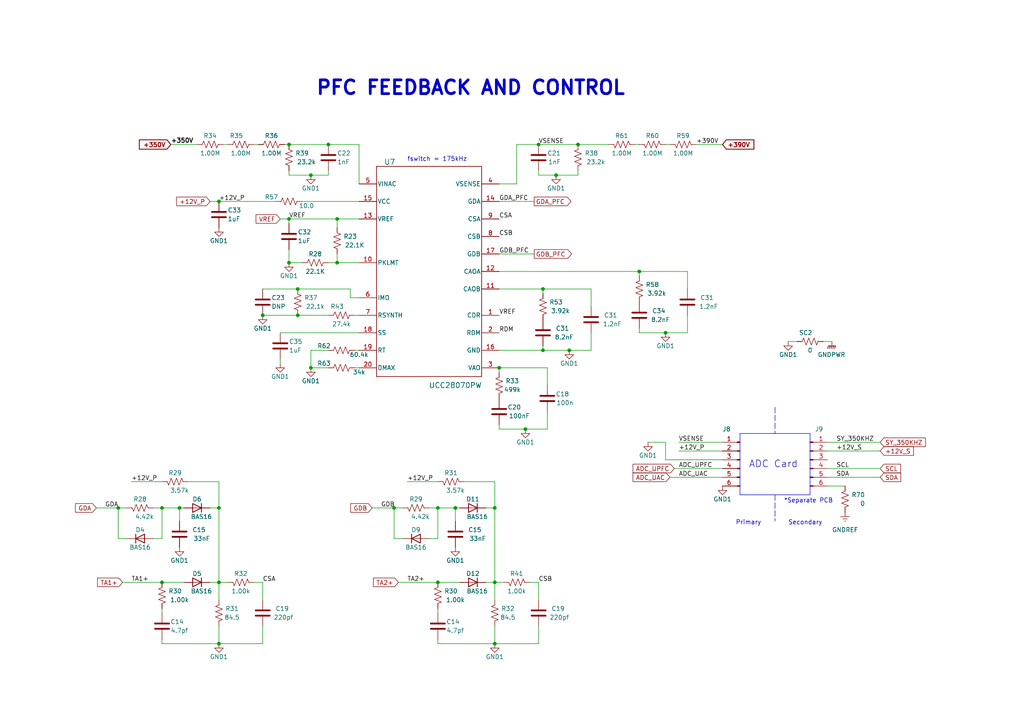
<source format=kicad_sch>
(kicad_sch (version 20230121) (generator eeschema)
  (paper "A4")
  (title_block (title "Full Bridge SMPS") (date "2023-12-03"))
  (lib_symbols
    (symbol "Connector:Conn_01x06_Male" (pin_names (offset 1.016) hide)
      (property "Reference" "J" (at 0 7.62 0))
      (property "Value" "Conn_01x06_Male" (at 0 -10.16 0))
      (symbol "Conn_01x06_Male_1_1"
        (polyline (pts (xy 1.27 -7.62) (xy 0.8636 -7.62)) (stroke (width 0.1524)))
        (polyline (pts (xy 1.27 -5.08) (xy 0.8636 -5.08)) (stroke (width 0.1524)))
        (polyline (pts (xy 1.27 -2.54) (xy 0.8636 -2.54)) (stroke (width 0.1524)))
        (polyline (pts (xy 1.27 0) (xy 0.8636 0)) (stroke (width 0.1524)))
        (polyline (pts (xy 1.27 2.54) (xy 0.8636 2.54)) (stroke (width 0.1524)))
        (polyline (pts (xy 1.27 5.08) (xy 0.8636 5.08)) (stroke (width 0.1524)))
        (rectangle (start 0.8636 -7.493) (end 0 -7.747) (stroke (width 0.1524)) (fill (type outline)))
        (rectangle (start 0.8636 -4.953) (end 0 -5.207) (stroke (width 0.1524)) (fill (type outline)))
        (rectangle (start 0.8636 -2.413) (end 0 -2.667) (stroke (width 0.1524)) (fill (type outline)))
        (rectangle (start 0.8636 0.127) (end 0 -0.127) (stroke (width 0.1524)) (fill (type outline)))
        (rectangle (start 0.8636 2.667) (end 0 2.413) (stroke (width 0.1524)) (fill (type outline)))
        (rectangle (start 0.8636 5.207) (end 0 4.953) (stroke (width 0.1524)) (fill (type outline)))
        (pin passive line (at 5.08 5.08 180) (length 3.81) (name "Pin_1") (number "1"))
        (pin passive line (at 5.08 2.54 180) (length 3.81) (name "Pin_2") (number "2"))
        (pin passive line (at 5.08 0 180) (length 3.81) (name "Pin_3") (number "3"))
        (pin passive line (at 5.08 -2.54 180) (length 3.81) (name "Pin_4") (number "4"))
        (pin passive line (at 5.08 -5.08 180) (length 3.81) (name "Pin_5") (number "5"))
        (pin passive line (at 5.08 -7.62 180) (length 3.81) (name "Pin_6") (number "6"))
      )
    )
    (symbol "Device:C" (pin_numbers hide) (pin_names (offset 0.254))
      (property "Reference" "C" (at 0.635 2.54 0))
      (property "Value" "C" (at 0.635 -2.54 0))
      (symbol "C_0_1"
        (polyline (pts (xy -2.032 -0.762) (xy 2.032 -0.762)) (stroke (width 0.508)))
        (polyline (pts (xy -2.032 0.762) (xy 2.032 0.762)) (stroke (width 0.508)))
      )
      (symbol "C_1_1"
        (pin passive line (at 0 3.81 270) (length 2.794) (name "~") (number "1"))
        (pin passive line (at 0 -3.81 90) (length 2.794) (name "~") (number "2"))
      )
    )
    (symbol "Device:D" (pin_numbers hide) (pin_names (offset 1.016) hide)
      (property "Reference" "D" (at 0 2.54 0))
      (property "Value" "D" (at 0 -2.54 0))
      (symbol "D_0_1"
        (polyline (pts (xy -1.27 1.27) (xy -1.27 -1.27)) (stroke (width 0.254)))
        (polyline (pts (xy 1.27 0) (xy -1.27 0)))
        (polyline (pts (xy 1.27 1.27) (xy 1.27 -1.27) (xy -1.27 0) (xy 1.27 1.27)) (stroke (width 0.254)))
      )
      (symbol "D_1_1"
        (pin passive line (at -3.81 0 0) (length 2.54) (name "K") (number "1"))
        (pin passive line (at 3.81 0 180) (length 2.54) (name "A") (number "2"))
      )
    )
    (symbol "Device:R_US" (pin_numbers hide) (pin_names (offset 0))
      (property "Reference" "R" (at 2.54 0 90))
      (property "Value" "R_US" (at -2.54 0 90))
      (symbol "R_US_0_1"
        (polyline (pts (xy 0 -2.286) (xy 0 -2.54)))
        (polyline (pts (xy 0 2.286) (xy 0 2.54)))
        (polyline (pts (xy 0 -0.762) (xy 1.016 -1.143) (xy 0 -1.524) (xy -1.016 -1.905) (xy 0 -2.286)))
        (polyline (pts (xy 0 0.762) (xy 1.016 0.381) (xy 0 0) (xy -1.016 -0.381) (xy 0 -0.762)))
        (polyline (pts (xy 0 2.286) (xy 1.016 1.905) (xy 0 1.524) (xy -1.016 1.143) (xy 0 0.762)))
      )
      (symbol "R_US_1_1"
        (pin passive line (at 0 3.81 270) (length 1.27) (name "~") (number "1"))
        (pin passive line (at 0 -3.81 90) (length 1.27) (name "~") (number "2"))
      )
    )
    (symbol "fb_smps_symbols:UCC28070PW" (pin_names (offset 0.254))
      (property "Reference" "U" (at -11.43 31.75 0))
      (property "Value" "UCC28070PW" (at 6.35 -33.02 0))
      (symbol "UCC28070PW_0_1"
        (polyline (pts (xy -15.24 -30.48) (xy 15.24 -30.48)) (stroke (width 0.2032)))
        (polyline (pts (xy -15.24 30.48) (xy -15.24 -30.48)) (stroke (width 0.2032)))
        (polyline (pts (xy 15.24 -30.48) (xy 15.24 30.48)) (stroke (width 0.2032)))
        (polyline (pts (xy 15.24 30.48) (xy -15.24 30.48)) (stroke (width 0.2032)))
        (pin input line (at 20.32 -12.7 180) (length 5.08) (name "CDR") (number "1"))
        (pin input line (at -20.32 2.54 0) (length 5.08) (name "PKLMT") (number "10"))
        (pin output line (at 20.32 -5.08 180) (length 5.08) (name "CAOB") (number "11"))
        (pin output line (at 20.32 0 180) (length 5.08) (name "CAOA") (number "12"))
        (pin output line (at -20.32 15.24 0) (length 5.08) (name "VREF") (number "13"))
        (pin output line (at 20.32 20.32 180) (length 5.08) (name "GDA") (number "14"))
        (pin power_in line (at -20.32 20.32 0) (length 5.08) (name "VCC") (number "15"))
        (pin power_in line (at 20.32 -22.86 180) (length 5.08) (name "GND") (number "16"))
        (pin output line (at 20.32 5.08 180) (length 5.08) (name "GDB") (number "17"))
        (pin input line (at -20.32 -17.78 0) (length 5.08) (name "SS") (number "18"))
        (pin input line (at -20.32 -22.86 0) (length 5.08) (name "RT") (number "19"))
        (pin input line (at 20.32 -17.78 180) (length 5.08) (name "RDM") (number "2"))
        (pin input line (at -20.32 -27.94 0) (length 5.08) (name "DMAX") (number "20"))
        (pin output line (at 20.32 -27.94 180) (length 5.08) (name "VAO") (number "3"))
        (pin input line (at 20.32 25.4 180) (length 5.08) (name "VSENSE") (number "4"))
        (pin input line (at -20.32 25.4 0) (length 5.08) (name "VINAC") (number "5"))
        (pin output line (at -20.32 -7.62 0) (length 5.08) (name "IMO") (number "6"))
        (pin input line (at -20.32 -12.7 0) (length 5.08) (name "RSYNTH") (number "7"))
        (pin input line (at 20.32 10.16 180) (length 5.08) (name "CSB") (number "8"))
        (pin input line (at 20.32 15.24 180) (length 5.08) (name "CSA") (number "9"))
      )
    )
    (symbol "power:GND1" (power) (pin_names (offset 0))
      (property "Value" "GND1" (at 0 -3.81 0))
      (symbol "GND1_0_1"
        (polyline (pts (xy 0 0) (xy 0 -1.27) (xy 1.27 -1.27) (xy 0 -2.54) (xy -1.27 -1.27) (xy 0 -1.27)))
      )
      (symbol "GND1_1_1"
        (pin power_in line (at 0 0 270) (length 0) hide (name "GND1") (number "1"))
      )
    )
    (symbol "power:GNDPWR" (power) (pin_names (offset 0))
      (property "Value" "GNDPWR" (at 0 -3.302 0))
      (symbol "GNDPWR_0_1"
        (polyline (pts (xy 0 -1.27) (xy 0 0)))
        (polyline (pts (xy -1.016 -1.27) (xy -1.27 -2.032) (xy -1.27 -2.032)) (stroke (width 0.2032)))
        (polyline (pts (xy -0.508 -1.27) (xy -0.762 -2.032) (xy -0.762 -2.032)) (stroke (width 0.2032)))
        (polyline (pts (xy 0 -1.27) (xy -0.254 -2.032) (xy -0.254 -2.032)) (stroke (width 0.2032)))
        (polyline (pts (xy 0.508 -1.27) (xy 0.254 -2.032) (xy 0.254 -2.032)) (stroke (width 0.2032)))
        (polyline (pts (xy 1.016 -1.27) (xy -1.016 -1.27) (xy -1.016 -1.27)) (stroke (width 0.2032)))
        (polyline (pts (xy 1.016 -1.27) (xy 0.762 -2.032) (xy 0.762 -2.032) (xy 0.762 -2.032)) (stroke (width 0.2032)))
      )
      (symbol "GNDPWR_1_1"
        (pin power_in line (at 0 0 270) (length 0) hide (name "GNDPWR") (number "1"))
      )
    )
    (symbol "power:GNDREF" (power) (pin_names (offset 0))
      (property "Value" "GNDREF" (at 0 -3.81 0))
      (symbol "GNDREF_0_1"
        (polyline (pts (xy -0.635 -1.905) (xy 0.635 -1.905)))
        (polyline (pts (xy -0.127 -2.54) (xy 0.127 -2.54)))
        (polyline (pts (xy 0 -1.27) (xy 0 0)))
        (polyline (pts (xy 1.27 -1.27) (xy -1.27 -1.27)))
      )
      (symbol "GNDREF_1_1"
        (pin power_in line (at 0 0 270) (length 0) hide (name "GNDREF") (number "1"))
      )
    )
  )
  (junction (at 46.99 147.32))
  (junction (at 132.08 147.32))
  (junction (at 157.48 83.82))
  (junction (at 86.36 91.44))
  (junction (at 165.1 101.6))
  (junction (at 167.64 41.91))
  (junction (at 76.2 91.44))
  (junction (at 83.82 41.91))
  (junction (at 63.5 168.91))
  (junction (at 144.78 106.68))
  (junction (at 90.17 106.68))
  (junction (at 63.5 186.69))
  (junction (at 95.25 41.91))
  (junction (at 52.07 147.32))
  (junction (at 83.82 63.5))
  (junction (at 97.79 76.2))
  (junction (at 143.51 186.69))
  (junction (at 34.29 147.32))
  (junction (at 86.36 83.82))
  (junction (at 156.21 41.91))
  (junction (at 185.42 78.74))
  (junction (at 63.5 58.42))
  (junction (at 193.04 96.52))
  (junction (at 63.5 147.32))
  (junction (at 152.4 124.46))
  (junction (at 114.3 147.32))
  (junction (at 157.48 101.6))
  (junction (at 127 147.32))
  (junction (at 90.17 50.8))
  (junction (at 46.99 168.91))
  (junction (at 97.79 63.5))
  (junction (at 161.29 50.8))
  (junction (at 143.51 147.32))
  (junction (at 83.82 76.2))
  (junction (at 143.51 168.91))
  (junction (at 127 168.91))
  (wire (pts (xy 90.17 106.68) (xy 95.25 106.68)))
  (wire (pts (xy 156.21 181.61) (xy 156.21 186.69)))
  (wire (pts (xy 144.78 73.66) (xy 154.94 73.66)))
  (wire (pts (xy 140.97 168.91) (xy 143.51 168.91)))
  (wire (pts (xy 240.03 128.27) (xy 255.27 128.27)))
  (wire (pts (xy 63.5 139.7) (xy 54.61 139.7)))
  (wire (pts (xy 240.03 138.43) (xy 255.27 138.43)))
  (wire (pts (xy 149.86 53.34) (xy 149.86 41.91)))
  (wire (pts (xy 196.85 130.81) (xy 209.55 130.81)))
  (wire (pts (xy 83.82 63.5) (xy 83.82 64.77)))
  (wire (pts (xy 157.48 83.82) (xy 171.45 83.82)))
  (wire (pts (xy 176.53 41.91) (xy 167.64 41.91)))
  (polyline (pts (xy 224.79 118.11) (xy 224.79 125.73)) (stroke (width 0) (type dash)))
  (wire (pts (xy 140.97 147.32) (xy 143.51 147.32)))
  (wire (pts (xy 171.45 96.52) (xy 171.45 101.6)))
  (wire (pts (xy 46.99 147.32) (xy 46.99 156.21)))
  (wire (pts (xy 144.78 106.68) (xy 158.75 106.68)))
  (wire (pts (xy 97.79 76.2) (xy 104.14 76.2)))
  (wire (pts (xy 63.5 139.7) (xy 63.5 147.32)))
  (wire (pts (xy 240.03 140.97) (xy 245.11 140.97)))
  (wire (pts (xy 95.25 41.91) (xy 104.14 41.91)))
  (wire (pts (xy 240.03 135.89) (xy 255.27 135.89)))
  (wire (pts (xy 81.28 105.41) (xy 81.28 104.14)))
  (wire (pts (xy 64.77 41.91) (xy 66.04 41.91)))
  (wire (pts (xy 127 176.53) (xy 127 177.8)))
  (wire (pts (xy 116.84 156.21) (xy 114.3 156.21)))
  (wire (pts (xy 158.75 106.68) (xy 158.75 111.76)))
  (wire (pts (xy 49.53 41.91) (xy 57.15 41.91)))
  (wire (pts (xy 90.17 106.68) (xy 90.17 101.6)))
  (wire (pts (xy 34.29 156.21) (xy 34.29 147.32)))
  (wire (pts (xy 76.2 186.69) (xy 63.5 186.69)))
  (wire (pts (xy 76.2 91.44) (xy 86.36 91.44)))
  (wire (pts (xy 149.86 41.91) (xy 156.21 41.91)))
  (wire (pts (xy 90.17 101.6) (xy 95.25 101.6)))
  (wire (pts (xy 46.99 168.91) (xy 53.34 168.91)))
  (wire (pts (xy 185.42 96.52) (xy 193.04 96.52)))
  (wire (pts (xy 46.99 147.32) (xy 52.07 147.32)))
  (wire (pts (xy 157.48 83.82) (xy 157.48 85.09)))
  (wire (pts (xy 27.94 147.32) (xy 34.29 147.32)))
  (wire (pts (xy 81.28 96.52) (xy 104.14 96.52)))
  (wire (pts (xy 124.46 156.21) (xy 127 156.21)))
  (wire (pts (xy 83.82 41.91) (xy 95.25 41.91)))
  (wire (pts (xy 83.82 49.53) (xy 83.82 50.8)))
  (wire (pts (xy 193.04 128.27) (xy 193.04 133.35)))
  (wire (pts (xy 153.67 168.91) (xy 156.21 168.91)))
  (wire (pts (xy 144.78 101.6) (xy 157.48 101.6)))
  (wire (pts (xy 46.99 186.69) (xy 63.5 186.69)))
  (wire (pts (xy 157.48 101.6) (xy 157.48 100.33)))
  (wire (pts (xy 90.17 50.8) (xy 95.25 50.8)))
  (wire (pts (xy 195.58 135.89) (xy 209.55 135.89)))
  (wire (pts (xy 44.45 147.32) (xy 46.99 147.32)))
  (wire (pts (xy 95.25 50.8) (xy 95.25 49.53)))
  (wire (pts (xy 143.51 139.7) (xy 143.51 147.32)))
  (wire (pts (xy 101.6 86.36) (xy 101.6 83.82)))
  (wire (pts (xy 52.07 147.32) (xy 52.07 151.13)))
  (wire (pts (xy 127 147.32) (xy 132.08 147.32)))
  (wire (pts (xy 115.57 168.91) (xy 127 168.91)))
  (wire (pts (xy 193.04 96.52) (xy 199.39 96.52)))
  (wire (pts (xy 144.78 124.46) (xy 144.78 123.19)))
  (wire (pts (xy 63.5 168.91) (xy 63.5 173.99)))
  (wire (pts (xy 144.78 106.68) (xy 144.78 107.95)))
  (wire (pts (xy 60.96 147.32) (xy 63.5 147.32)))
  (wire (pts (xy 104.14 41.91) (xy 104.14 53.34)))
  (polyline (pts (xy 224.79 143.51) (xy 224.79 151.13)) (stroke (width 0) (type dash)))
  (wire (pts (xy 104.14 63.5) (xy 97.79 63.5)))
  (wire (pts (xy 143.51 181.61) (xy 143.51 186.69)))
  (wire (pts (xy 124.46 147.32) (xy 127 147.32)))
  (wire (pts (xy 199.39 91.44) (xy 199.39 96.52)))
  (wire (pts (xy 185.42 95.25) (xy 185.42 96.52)))
  (wire (pts (xy 171.45 83.82) (xy 171.45 88.9)))
  (wire (pts (xy 83.82 76.2) (xy 87.63 76.2)))
  (wire (pts (xy 63.5 58.42) (xy 80.01 58.42)))
  (wire (pts (xy 38.1 139.7) (xy 46.99 139.7)))
  (wire (pts (xy 228.6 99.06) (xy 231.14 99.06)))
  (wire (pts (xy 194.31 138.43) (xy 209.55 138.43)))
  (wire (pts (xy 157.48 101.6) (xy 165.1 101.6)))
  (wire (pts (xy 194.31 41.91) (xy 193.04 41.91)))
  (wire (pts (xy 238.76 99.06) (xy 241.3 99.06)))
  (wire (pts (xy 144.78 58.42) (xy 154.94 58.42)))
  (wire (pts (xy 201.93 41.91) (xy 209.55 41.91)))
  (wire (pts (xy 52.07 147.32) (xy 53.34 147.32)))
  (wire (pts (xy 132.08 147.32) (xy 132.08 151.13)))
  (wire (pts (xy 127 186.69) (xy 143.51 186.69)))
  (wire (pts (xy 144.78 78.74) (xy 185.42 78.74)))
  (wire (pts (xy 102.87 106.68) (xy 104.14 106.68)))
  (wire (pts (xy 35.56 168.91) (xy 46.99 168.91)))
  (wire (pts (xy 107.95 147.32) (xy 114.3 147.32)))
  (wire (pts (xy 81.28 63.5) (xy 83.82 63.5)))
  (wire (pts (xy 76.2 83.82) (xy 86.36 83.82)))
  (wire (pts (xy 36.83 156.21) (xy 34.29 156.21)))
  (wire (pts (xy 63.5 181.61) (xy 63.5 186.69)))
  (wire (pts (xy 86.36 91.44) (xy 95.25 91.44)))
  (wire (pts (xy 76.2 168.91) (xy 76.2 173.99)))
  (wire (pts (xy 185.42 41.91) (xy 184.15 41.91)))
  (wire (pts (xy 101.6 86.36) (xy 104.14 86.36)))
  (wire (pts (xy 46.99 176.53) (xy 46.99 177.8)))
  (wire (pts (xy 161.29 50.8) (xy 156.21 50.8)))
  (wire (pts (xy 156.21 186.69) (xy 143.51 186.69)))
  (wire (pts (xy 144.78 83.82) (xy 157.48 83.82)))
  (wire (pts (xy 127 168.91) (xy 133.35 168.91)))
  (wire (pts (xy 143.51 168.91) (xy 143.51 147.32)))
  (wire (pts (xy 102.87 101.6) (xy 104.14 101.6)))
  (wire (pts (xy 73.66 168.91) (xy 76.2 168.91)))
  (wire (pts (xy 127 147.32) (xy 127 156.21)))
  (wire (pts (xy 165.1 101.6) (xy 171.45 101.6)))
  (wire (pts (xy 167.64 49.53) (xy 167.64 50.8)))
  (wire (pts (xy 127 186.69) (xy 127 185.42)))
  (wire (pts (xy 196.85 128.27) (xy 209.55 128.27)))
  (wire (pts (xy 152.4 124.46) (xy 158.75 124.46)))
  (wire (pts (xy 167.64 41.91) (xy 156.21 41.91)))
  (wire (pts (xy 158.75 119.38) (xy 158.75 124.46)))
  (wire (pts (xy 83.82 72.39) (xy 83.82 76.2)))
  (wire (pts (xy 82.55 41.91) (xy 83.82 41.91)))
  (wire (pts (xy 34.29 147.32) (xy 36.83 147.32)))
  (wire (pts (xy 87.63 58.42) (xy 104.14 58.42)))
  (wire (pts (xy 185.42 78.74) (xy 185.42 80.01)))
  (wire (pts (xy 97.79 63.5) (xy 97.79 66.04)))
  (wire (pts (xy 193.04 133.35) (xy 209.55 133.35)))
  (wire (pts (xy 114.3 156.21) (xy 114.3 147.32)))
  (wire (pts (xy 102.87 91.44) (xy 104.14 91.44)))
  (wire (pts (xy 63.5 168.91) (xy 63.5 147.32)))
  (wire (pts (xy 143.51 139.7) (xy 134.62 139.7)))
  (wire (pts (xy 95.25 76.2) (xy 97.79 76.2)))
  (wire (pts (xy 199.39 78.74) (xy 199.39 83.82)))
  (wire (pts (xy 167.64 50.8) (xy 161.29 50.8)))
  (wire (pts (xy 83.82 50.8) (xy 90.17 50.8)))
  (wire (pts (xy 114.3 147.32) (xy 116.84 147.32)))
  (wire (pts (xy 156.21 168.91) (xy 156.21 173.99)))
  (wire (pts (xy 143.51 168.91) (xy 146.05 168.91)))
  (wire (pts (xy 144.78 124.46) (xy 152.4 124.46)))
  (wire (pts (xy 46.99 186.69) (xy 46.99 185.42)))
  (wire (pts (xy 185.42 78.74) (xy 199.39 78.74)))
  (wire (pts (xy 132.08 147.32) (xy 133.35 147.32)))
  (wire (pts (xy 101.6 83.82) (xy 86.36 83.82)))
  (wire (pts (xy 44.45 156.21) (xy 46.99 156.21)))
  (wire (pts (xy 60.96 58.42) (xy 63.5 58.42)))
  (wire (pts (xy 156.21 50.8) (xy 156.21 49.53)))
  (wire (pts (xy 144.78 53.34) (xy 149.86 53.34)))
  (wire (pts (xy 73.66 41.91) (xy 74.93 41.91)))
  (wire (pts (xy 240.03 130.81) (xy 255.27 130.81)))
  (wire (pts (xy 60.96 168.91) (xy 63.5 168.91)))
  (wire (pts (xy 83.82 63.5) (xy 97.79 63.5)))
  (wire (pts (xy 63.5 168.91) (xy 66.04 168.91)))
  (wire (pts (xy 97.79 73.66) (xy 97.79 76.2)))
  (wire (pts (xy 76.2 181.61) (xy 76.2 186.69)))
  (wire (pts (xy 187.96 128.27) (xy 193.04 128.27)))
  (wire (pts (xy 118.11 139.7) (xy 127 139.7)))
  (wire (pts (xy 143.51 168.91) (xy 143.51 173.99)))
  (rectangle (start 214.63 125.73) (end 234.95 143.51))
  (text "Primary" (at 213.36 152.4 0) (effects (font (size 1.27 1.27)) (justify left bottom)))
  (text "fswitch = 175kHz\n" (at 118.11 46.99 0) (effects (font (size 1.27 1.27)) (justify left bottom)))
  (text "PFC FEEDBACK AND CONTROL" (at 91.44 27.94 0) (effects (font (size 4 4) (thickness 0.8) bold) (justify left bottom)))
  (text "*Separate PCB" (at 227.33 146.05 0) (effects (font (size 1.27 1.27)) (justify left bottom)))
  (text "Secondary\n" (at 228.6 152.4 0) (effects (font (size 1.27 1.27)) (justify left bottom)))
  (text "ADC Card" (at 217.17 135.89 0) (effects (font (size 2 2)) (justify left bottom)))
  (label "VSENSE" (at 196.85 128.27 0))
  (label "VSENSE" (at 156.21 41.91 0))
  (label "GDA_PFC" (at 144.78 58.42 0))
  (label "+12V_P" (at 196.85 130.81 0))
  (label "+390V" (at 201.93 41.91 0))
  (label "RDM" (at 144.78 96.52 0))
  (label "+12V_P" (at 38.1 139.7 0))
  (label "+12V_P" (at 63.5 58.42 0))
  (label "SDA" (at 242.57 138.43 0))
  (label "SCL" (at 242.57 135.89 0))
  (label "+12V_S" (at 242.57 130.81 0))
  (label "ADC_UAC" (at 196.85 138.43 0))
  (label "+350V" (at 49.53 41.91 0) (effects (font bold)))
  (label "CSA" (at 144.78 63.5 0))
  (label "ADC_UPFC" (at 196.85 135.89 0))
  (label "TA1+" (at 38.1 168.91 0))
  (label "CSA" (at 76.2 168.91 0))
  (label "GDA" (at 30.48 147.32 0))
  (label "CSB" (at 156.21 168.91 0))
  (label "+12V_P" (at 118.11 139.7 0))
  (label "GDB_PFC" (at 144.78 73.66 0))
  (label "VREF" (at 144.78 91.44 0))
  (label "GDB" (at 110.49 147.32 0))
  (label "SY_350KHZ" (at 242.57 128.27 0))
  (label "TA2+" (at 118.11 168.91 0))
  (label "VREF" (at 83.82 63.5 0))
  (label "CSB" (at 144.78 68.58 0))
  (global_label "GDB_PFC" (shape output) (at 154.94 73.66 0) (property "Intersheetrefs" "${INTERSHEET_REFS}" (effects hide)))
  (global_label "GDB" (shape input) (at 107.95 147.32 180) (property "Intersheetrefs" "${INTERSHEET_REFS}" (effects hide)))
  (global_label "+12V_P" (shape input) (at 60.96 58.42 180) (property "Intersheetrefs" "${INTERSHEET_REFS}" (effects hide)))
  (global_label "TA1+" (shape input) (at 35.56 168.91 180) (property "Intersheetrefs" "${INTERSHEET_REFS}" (effects hide)))
  (global_label "ADC_UPFC" (shape input) (at 195.58 135.89 180) (property "Intersheetrefs" "${INTERSHEET_REFS}" (effects hide)))
  (global_label "SCL" (shape input) (at 255.27 135.89 0) (property "Intersheetrefs" "${INTERSHEET_REFS}" (effects hide)))
  (global_label "+12V_S" (shape input) (at 255.27 130.81 0) (property "Intersheetrefs" "${INTERSHEET_REFS}" (effects hide)))
  (global_label "ADC_UAC" (shape input) (at 194.31 138.43 180) (property "Intersheetrefs" "${INTERSHEET_REFS}" (effects hide)))
  (global_label "+390V" (shape input) (at 209.55 41.91 0) (effects (font bold)) (property "Intersheetrefs" "${INTERSHEET_REFS}" (effects hide)))
  (global_label "+350V" (shape input) (at 49.53 41.91 180) (effects (font bold)) (property "Intersheetrefs" "${INTERSHEET_REFS}" (effects hide)))
  (global_label "SDA" (shape input) (at 255.27 138.43 0) (property "Intersheetrefs" "${INTERSHEET_REFS}" (effects hide)))
  (global_label "GDA" (shape input) (at 27.94 147.32 180) (property "Intersheetrefs" "${INTERSHEET_REFS}" (effects hide)))
  (global_label "TA2+" (shape input) (at 115.57 168.91 180) (property "Intersheetrefs" "${INTERSHEET_REFS}" (effects hide)))
  (global_label "SY_350KHZ" (shape input) (at 255.27 128.27 0) (property "Intersheetrefs" "${INTERSHEET_REFS}" (effects hide)))
  (global_label "GDA_PFC" (shape output) (at 154.94 58.42 0) (property "Intersheetrefs" "${INTERSHEET_REFS}" (effects hide)))
  (global_label "VREF" (shape input) (at 81.28 63.5 180) (property "Intersheetrefs" "${INTERSHEET_REFS}" (effects hide)))
  (symbol (lib_id "Device:C") (at 76.2 87.63 0) (unit 1)
    (property "Reference" "C23" (at 78.74 86.36 0) (effects (justify left)))
    (property "Value" "DNP" (at 78.74 88.9 0) (effects (justify left)))
  )
  (symbol (lib_id "Device:R_US") (at 69.85 168.91 90) (mirror x) (unit 1)
    (property "Reference" "R32" (at 69.85 166.37 90))
    (property "Value" "1.00k" (at 69.85 171.45 90))
  )
  (symbol (lib_id "Device:R_US") (at 99.06 106.68 90) (unit 1)
    (property "Reference" "R63" (at 93.98 105.41 90))
    (property "Value" "34k" (at 104.14 107.95 90))
  )
  (symbol (lib_id "Device:C") (at 199.39 87.63 0) (mirror y) (unit 1)
    (property "Reference" "C31" (at 207.01 86.36 0) (effects (justify left)))
    (property "Value" "1.2nF" (at 208.28 88.9 0) (effects (justify left)))
  )
  (symbol (lib_id "Device:R_US") (at 198.12 41.91 90) (mirror x) (unit 1)
    (property "Reference" "R59" (at 198.12 39.37 90))
    (property "Value" "1.00M" (at 198.12 44.45 90))
  )
  (symbol (lib_id "power:GND1") (at 90.17 50.8 0) (unit 1)
    (property "Reference" "#PWR062" (effects hide))
    (property "Value" "GND1" (at 90.17 54.61 0))
  )
  (symbol (lib_id "Device:R_US") (at 167.64 45.72 0) (mirror x) (unit 1)
    (property "Reference" "R38" (at 171.5386 44.45 0))
    (property "Value" "23.2k" (at 172.8086 46.99 0))
  )
  (symbol (lib_id "Device:C") (at 132.08 154.94 0) (mirror y) (unit 1)
    (property "Reference" "C15" (at 139.7 153.67 0) (effects (justify left)))
    (property "Value" "33nF" (at 140.97 156.21 0) (effects (justify left)))
  )
  (symbol (lib_id "Device:C") (at 52.07 154.94 0) (mirror y) (unit 1)
    (property "Reference" "C15" (at 59.69 153.67 0) (effects (justify left)))
    (property "Value" "33nF" (at 60.96 156.21 0) (effects (justify left)))
  )
  (symbol (lib_id "power:GND1") (at 209.55 140.97 0) (mirror y) (unit 1)
    (property "Reference" "#PWR070" (effects hide))
    (property "Value" "GND1" (at 209.55 144.78 0))
  )
  (symbol (lib_id "Device:C") (at 76.2 177.8 0) (mirror y) (unit 1)
    (property "Reference" "C19" (at 83.82 176.53 0) (effects (justify left)))
    (property "Value" "220pf" (at 85.09 179.07 0) (effects (justify left)))
  )
  (symbol (lib_id "Device:R_US") (at 245.11 144.78 0) (mirror x) (unit 1)
    (property "Reference" "R70" (at 248.92 143.51 0))
    (property "Value" "0" (at 250.19 146.05 0))
  )
  (symbol (lib_id "Device:R_US") (at 78.74 41.91 270) (unit 1)
    (property "Reference" "R36" (at 78.74 39.37 90))
    (property "Value" "1.00M" (at 78.74 44.45 90))
  )
  (symbol (lib_id "power:GND1") (at 81.28 105.41 0) (unit 1)
    (property "Reference" "#PWR053" (effects hide))
    (property "Value" "GND1" (at 81.28 109.22 0))
  )
  (symbol (lib_id "power:GND1") (at 63.5 186.69 0) (mirror y) (unit 1)
    (property "Reference" "#PWR066" (effects hide))
    (property "Value" "GND1" (at 63.5 190.5 0))
  )
  (symbol (lib_id "power:GND1") (at 76.2 91.44 0) (unit 1)
    (property "Reference" "#PWR055" (effects hide))
    (property "Value" "GND1" (at 76.2 95.25 0))
  )
  (symbol (lib_id "Device:R_US") (at 83.82 58.42 270) (unit 1)
    (property "Reference" "R57" (at 78.74 57.15 90))
    (property "Value" "10.0" (at 88.9 59.69 90))
  )
  (symbol (lib_id "Device:R_US") (at 60.96 41.91 270) (unit 1)
    (property "Reference" "R34" (at 60.96 39.37 90))
    (property "Value" "1.00M" (at 60.96 44.45 90))
  )
  (symbol (lib_id "Device:C") (at 156.21 45.72 0) (mirror y) (unit 1)
    (property "Reference" "C21" (at 162.6486 44.45 0) (effects (justify left)))
    (property "Value" "1nF" (at 162.6486 46.99 0) (effects (justify left)))
  )
  (symbol (lib_id "power:GND1") (at 90.17 106.68 0) (unit 1)
    (property "Reference" "#PWR054" (effects hide))
    (property "Value" "GND1" (at 90.17 110.49 0))
  )
  (symbol (lib_id "Device:C") (at 185.42 91.44 0) (mirror y) (unit 1)
    (property "Reference" "C34" (at 193.04 90.17 0) (effects (justify left)))
    (property "Value" "8.2nF" (at 194.31 92.71 0) (effects (justify left)))
  )
  (symbol (lib_id "Device:R_US") (at 157.48 88.9 0) (mirror x) (unit 1)
    (property "Reference" "R53" (at 161.29 87.63 0))
    (property "Value" "3.92k" (at 162.56 90.17 0))
  )
  (symbol (lib_id "Device:R_US") (at 127 172.72 0) (mirror y) (unit 1)
    (property "Reference" "R30" (at 130.81 171.45 0))
    (property "Value" "1.00k" (at 132.08 173.99 0))
  )
  (symbol (lib_id "Device:R_US") (at 86.36 87.63 180) (unit 1)
    (property "Reference" "R37" (at 90.17 86.36 0))
    (property "Value" "22.1k" (at 91.44 88.9 0))
  )
  (symbol (lib_id "Device:C") (at 81.28 100.33 0) (unit 1)
    (property "Reference" "C35" (at 83.82 99.06 0) (effects (justify left)))
    (property "Value" "1uF" (at 83.82 101.6 0) (effects (justify left)))
  )
  (symbol (lib_id "Device:R_US") (at 46.99 172.72 0) (mirror y) (unit 1)
    (property "Reference" "R30" (at 50.8 171.45 0))
    (property "Value" "1.00k" (at 52.07 173.99 0))
  )
  (symbol (lib_id "Device:R_US") (at 69.85 41.91 270) (unit 1)
    (property "Reference" "R35" (at 68.58 39.37 90))
    (property "Value" "1.00M" (at 69.85 44.45 90))
  )
  (symbol (lib_id "power:GND1") (at 63.5 66.04 0) (unit 1)
    (property "Reference" "#PWR059" (effects hide))
    (property "Value" "GND1" (at 63.5 69.85 0))
  )
  (symbol (lib_id "Device:R_US") (at 185.42 83.82 0) (mirror x) (unit 1)
    (property "Reference" "R58" (at 189.23 82.55 0))
    (property "Value" "3.92k" (at 190.5 85.09 0))
  )
  (symbol (lib_id "Device:C") (at 95.25 45.72 0) (unit 1)
    (property "Reference" "C22" (at 97.79 44.45 0) (effects (justify left)))
    (property "Value" "1nF" (at 97.79 46.99 0) (effects (justify left)))
  )
  (symbol (lib_id "Device:D") (at 57.15 168.91 180) (unit 1)
    (property "Reference" "D5" (at 57.15 166.37 0))
    (property "Value" "BAS16" (at 58.42 171.45 0))
  )
  (symbol (lib_id "power:GND1") (at 161.29 50.8 0) (mirror y) (unit 1)
    (property "Reference" "#PWR063" (effects hide))
    (property "Value" "GND1" (at 161.29 54.61 0))
  )
  (symbol (lib_id "Device:C") (at 83.82 68.58 0) (unit 1)
    (property "Reference" "C32" (at 86.36 67.31 0) (effects (justify left)))
    (property "Value" "1uF" (at 86.36 69.85 0) (effects (justify left)))
  )
  (symbol (lib_id "Device:C") (at 127 181.61 0) (mirror y) (unit 1)
    (property "Reference" "C14" (at 133.35 180.34 0) (effects (justify left)))
    (property "Value" "4.7pf" (at 134.62 182.88 0) (effects (justify left)))
  )
  (symbol (lib_id "Device:R_US") (at 130.81 139.7 270) (mirror x) (unit 1)
    (property "Reference" "R31" (at 130.81 137.16 90))
    (property "Value" "3.57k" (at 132.08 142.24 90))
  )
  (symbol (lib_id "power:GND1") (at 83.82 76.2 0) (unit 1)
    (property "Reference" "#PWR061" (effects hide))
    (property "Value" "GND1" (at 83.82 80.01 0))
  )
  (symbol (lib_id "Device:C") (at 63.5 62.23 0) (unit 1)
    (property "Reference" "C33" (at 66.04 60.96 0) (effects (justify left)))
    (property "Value" "1uF" (at 66.04 63.5 0) (effects (justify left)))
  )
  (symbol (lib_id "Device:R_US") (at 120.65 147.32 270) (mirror x) (unit 1)
    (property "Reference" "R29" (at 120.65 144.78 90))
    (property "Value" "4.42k" (at 121.92 149.86 90))
  )
  (symbol (lib_id "Device:R_US") (at 144.78 111.76 0) (mirror x) (unit 1)
    (property "Reference" "R33" (at 148.59 110.49 0))
    (property "Value" "499k" (at 148.59 113.03 0))
  )
  (symbol (lib_id "Device:R_US") (at 149.86 168.91 90) (mirror x) (unit 1)
    (property "Reference" "R41" (at 149.86 166.37 90))
    (property "Value" "1.00k" (at 149.86 171.45 90))
  )
  (symbol (lib_id "Connector:Conn_01x06_Male") (at 214.63 133.35 0) (mirror y) (unit 1)
    (property "Reference" "J8" (at 209.55 124.46 0) (effects (justify right)))
    (property "Value" "Conn_01x06_Male" (effects hide))
  )
  (symbol (lib_id "fb_smps_symbols:UCC28070PW") (at 124.46 78.74 0) (unit 1)
    (property "Reference" "U7" (at 113.03 46.99 0) (effects (font (size 1.524 1.524))))
    (property "Value" "UCC28070PW" (at 132.08 111.76 0) (effects (font (size 1.524 1.524))))
    (property "Footprint" "fb_smps_footprints:UCC28070PW" (effects hide))
    (property "Datasheet" "UCC28070PW" (effects hide))
  )
  (symbol (lib_id "power:GND1") (at 143.51 186.69 0) (mirror y) (unit 1)
    (property "Reference" "#PWR068" (effects hide))
    (property "Value" "GND1" (at 143.51 190.5 0))
  )
  (symbol (lib_id "Connector:Conn_01x06_Male") (at 234.95 133.35 0) (unit 1)
    (property "Reference" "J9" (at 238.76 124.46 0) (effects (justify right)))
    (property "Value" "Conn_01x06_Male" (effects hide))
  )
  (symbol (lib_id "Device:R_US") (at 97.79 69.85 180) (unit 1)
    (property "Reference" "R23" (at 101.6 68.58 0))
    (property "Value" "22.1K" (at 102.87 71.12 0))
  )
  (symbol (lib_id "power:GND1") (at 187.96 128.27 0) (mirror y) (unit 1)
    (property "Reference" "#PWR069" (effects hide))
    (property "Value" "GND1" (at 187.96 132.08 0))
  )
  (symbol (lib_id "Device:C") (at 171.45 92.71 0) (mirror y) (unit 1)
    (property "Reference" "C31" (at 179.07 91.44 0) (effects (justify left)))
    (property "Value" "1.2nF" (at 180.34 93.98 0) (effects (justify left)))
  )
  (symbol (lib_id "power:GND1") (at 52.07 158.75 0) (mirror y) (unit 1)
    (property "Reference" "#PWR065" (effects hide))
    (property "Value" "GND1" (at 52.07 162.56 0))
  )
  (symbol (lib_id "power:GND1") (at 165.1 101.6 0) (mirror y) (unit 1)
    (property "Reference" "#PWR064" (effects hide))
    (property "Value" "GND1" (at 165.1 105.41 0))
  )
  (symbol (lib_id "Device:R_US") (at 143.51 177.8 0) (mirror y) (unit 1)
    (property "Reference" "R32" (at 147.32 176.53 0))
    (property "Value" "84.5" (at 147.32 179.07 0))
  )
  (symbol (lib_id "Device:R_US") (at 99.06 101.6 90) (unit 1)
    (property "Reference" "R62" (at 93.98 100.33 90))
    (property "Value" "60.4k" (at 104.14 102.87 90))
  )
  (symbol (lib_id "power:GNDREF") (at 245.11 148.59 0) (unit 1)
    (property "Reference" "#PWR071" (effects hide))
    (property "Value" "GNDREF" (at 245.11 153.67 0))
  )
  (symbol (lib_id "Device:C") (at 156.21 177.8 0) (mirror y) (unit 1)
    (property "Reference" "C19" (at 163.83 176.53 0) (effects (justify left)))
    (property "Value" "220pf" (at 165.1 179.07 0) (effects (justify left)))
  )
  (symbol (lib_id "Device:C") (at 158.75 115.57 0) (mirror y) (unit 1)
    (property "Reference" "C18" (at 165.1 114.3 0) (effects (justify left)))
    (property "Value" "100n" (at 166.37 116.84 0) (effects (justify left)))
  )
  (symbol (lib_id "Device:R_US") (at 50.8 139.7 270) (mirror x) (unit 1)
    (property "Reference" "R29" (at 50.8 137.16 90))
    (property "Value" "3.57k" (at 52.07 142.24 90))
  )
  (symbol (lib_id "power:GND1") (at 193.04 96.52 0) (mirror y) (unit 1)
    (property "Reference" "#PWR060" (effects hide))
    (property "Value" "GND1" (at 193.04 100.33 0))
  )
  (symbol (lib_id "Device:R_US") (at 83.82 45.72 180) (unit 1)
    (property "Reference" "R39" (at 87.63 44.45 0))
    (property "Value" "23.2k" (at 88.9 46.99 0))
  )
  (symbol (lib_id "power:GND1") (at 132.08 158.75 0) (mirror y) (unit 1)
    (property "Reference" "#PWR067" (effects hide))
    (property "Value" "GND1" (at 132.08 162.56 0))
  )
  (symbol (lib_id "Device:C") (at 157.48 96.52 0) (mirror y) (unit 1)
    (property "Reference" "C31" (at 165.1 95.25 0) (effects (justify left)))
    (property "Value" "8.2nF" (at 166.37 97.79 0) (effects (justify left)))
  )
  (symbol (lib_id "Device:R_US") (at 234.95 99.06 90) (unit 1)
    (property "Reference" "SC2" (at 233.68 96.52 90))
    (property "Value" "0" (at 234.95 101.6 90))
  )
  (symbol (lib_id "Device:R_US") (at 189.23 41.91 90) (mirror x) (unit 1)
    (property "Reference" "R60" (at 189.23 39.37 90))
    (property "Value" "1.00M" (at 189.23 44.45 90))
  )
  (symbol (lib_id "Device:R_US") (at 99.06 91.44 90) (unit 1)
    (property "Reference" "R43" (at 97.79 88.9 90))
    (property "Value" "27.4k" (at 99.06 93.98 90))
  )
  (symbol (lib_id "power:GNDPWR") (at 241.3 99.06 0) (unit 1)
    (property "Reference" "#PWR047" (effects hide))
    (property "Value" "GNDPWR" (at 241.173 102.87 0))
    (instances (project "full_bridge_smps" (path "" (reference "#PWR047") (unit 1)) (path "" (reference "#PWR058") (unit 1))))
  )
  (symbol (lib_id "Device:D") (at 137.16 168.91 180) (unit 1)
    (property "Reference" "D12" (at 137.16 166.37 0))
    (property "Value" "BAS16" (at 138.43 171.45 0))
  )
  (symbol (lib_id "Device:D") (at 120.65 156.21 0) (unit 1)
    (property "Reference" "D9" (at 120.65 153.67 0))
    (property "Value" "BAS16" (at 120.65 158.75 0))
  )
  (symbol (lib_id "Device:D") (at 137.16 147.32 180) (unit 1)
    (property "Reference" "D11" (at 137.16 144.78 0))
    (property "Value" "BAS16" (at 138.43 149.86 0))
  )
  (symbol (lib_id "Device:R_US") (at 91.44 76.2 270) (unit 1)
    (property "Reference" "R28" (at 91.44 73.66 90))
    (property "Value" "22.1K" (at 91.44 78.74 90))
  )
  (symbol (lib_id "Device:C") (at 144.78 119.38 0) (mirror y) (unit 1)
    (property "Reference" "C20" (at 151.13 118.11 0) (effects (justify left)))
    (property "Value" "100nF" (at 153.67 120.65 0) (effects (justify left)))
  )
  (symbol (lib_id "Device:C") (at 46.99 181.61 0) (mirror y) (unit 1)
    (property "Reference" "C14" (at 53.34 180.34 0) (effects (justify left)))
    (property "Value" "4.7pf" (at 54.61 182.88 0) (effects (justify left)))
  )
  (symbol (lib_id "power:GND1") (at 228.6 99.06 0) (unit 1)
    (property "Reference" "#PWR057" (effects hide))
    (property "Value" "GND1" (at 228.6 102.87 0))
  )
  (symbol (lib_id "Device:R_US") (at 63.5 177.8 0) (mirror y) (unit 1)
    (property "Reference" "R31" (at 67.31 176.53 0))
    (property "Value" "84.5" (at 67.31 179.07 0))
  )
  (symbol (lib_id "Device:R_US") (at 180.34 41.91 90) (mirror x) (unit 1)
    (property "Reference" "R61" (at 180.34 39.37 90))
    (property "Value" "1.00M" (at 180.34 44.45 90))
  )
  (symbol (lib_id "Device:R_US") (at 40.64 147.32 270) (mirror x) (unit 1)
    (property "Reference" "R28" (at 40.64 144.78 90))
    (property "Value" "4.42k" (at 41.91 149.86 90))
  )
  (symbol (lib_id "power:GND1") (at 152.4 124.46 0) (mirror y) (unit 1)
    (property "Reference" "#PWR056" (effects hide))
    (property "Value" "GND1" (at 152.4 128.27 0))
  )
  (symbol (lib_id "Device:D") (at 40.64 156.21 0) (unit 1)
    (property "Reference" "D4" (at 40.64 153.67 0))
    (property "Value" "BAS16" (at 40.64 158.75 0))
  )
  (symbol (lib_id "Device:D") (at 57.15 147.32 180) (unit 1)
    (property "Reference" "D6" (at 57.15 144.78 0))
    (property "Value" "BAS16" (at 58.42 149.86 0))
  )
)
</source>
